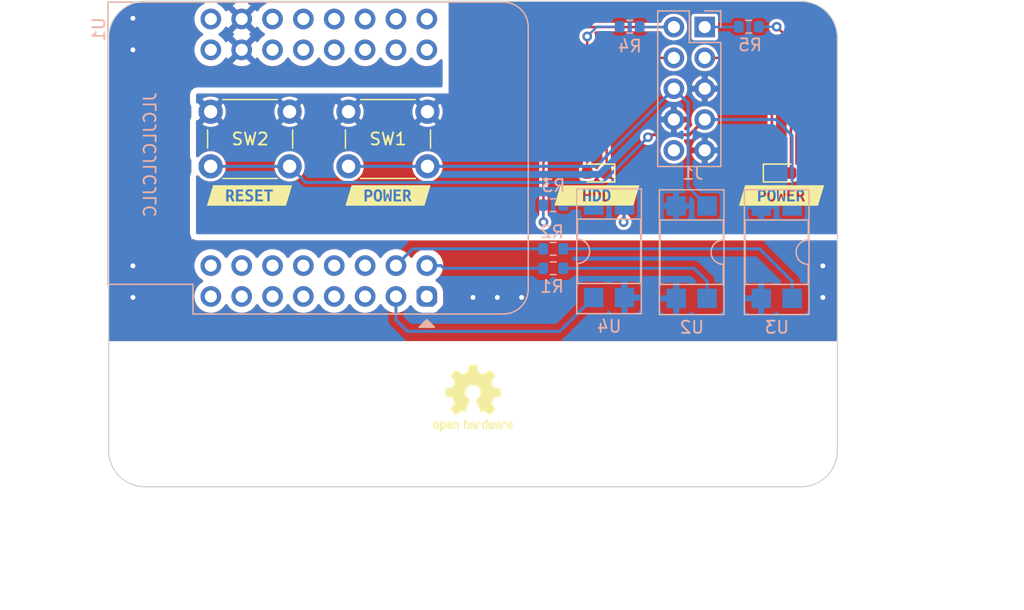
<source format=kicad_pcb>
(kicad_pcb (version 20230410) (generator pcbnew)
  (layers (0 "F.Cu" signal) (31 "B.Cu" signal) (34 "B.Paste" user) (35 "F.Paste" user) (36 "B.SilkS" user "B.Silkscreen") (37 "F.SilkS" user "F.Silkscreen") (38 "B.Mask" user) (39 "F.Mask" user) (44 "Edge.Cuts" user))
  (net 0 "")
  (net 1 "VBUS")
  (net 2 "GND")
  (net 4 "HDD-LED+")
  (net 5 "HDD-LED-")
  (net 32 "P-LED-")
  (net 33 "Net-(D1-A)")
  (net 34 "Net-(D2-A)")
  (net 35 "P-LED+")
  (net 36 "GND1")
  (net 37 "PWRBTN")
  (net 38 "RESETBTN")
  (net 39 "Net-(R1-Pad1)")
  (net 40 "POWER")
  (net 41 "Net-(R2-Pad1)")
  (net 42 "RESET")
  (net 43 "Net-(R3-Pad2)")
  (net 44 "STATUS")
  (footprint "Button_Switch_THT:SW_PUSH_6mm_H5mm" (layer "F.Cu") (at 66.25 53.6 180)
    (fp_text reference "SW1" (at 3.25 2.25 -180) (layer "F.SilkS"))
    (fp_text value "POWER")
    (pad "1" thru_hole circle (at 0 0 270) (size 2 2) (drill 1.1) (layers "*.Cu" "*.Mask") (net 37 "PWRBTN"))
    (pad "1" thru_hole circle (at 6.5 0 270) (size 2 2) (drill 1.1) (layers "*.Cu" "*.Mask") (net 37 "PWRBTN"))
    (pad "2" thru_hole circle (at 0 4.5 270) (size 2 2) (drill 1.1) (layers "*.Cu" "*.Mask") (net 36 "GND1"))
    (pad "2" thru_hole circle (at 6.5 4.5 270) (size 2 2) (drill 1.1) (layers "*.Cu" "*.Mask") (net 36 "GND1"))
  )
  (footprint "MountingHole:MountingHole_3.2mm_M3" (layer "F.Cu") (at 43 77)
    (fp_text reference "H1" hide)
    (fp_text value "MountingHole")
    (pad "" np_thru_hole circle (at 0 0) (size 3.2 3.2) (drill 3.2) (layers "*.Cu" "*.Mask"))
  )
  (footprint "Button_Switch_THT:SW_PUSH_6mm_H5mm" (layer "F.Cu") (at 54.9 53.6 180)
    (fp_text reference "SW2" (at 3.25 2.25 -180) (layer "F.SilkS"))
    (fp_text value "RESET")
    (pad "1" thru_hole circle (at 0 0 270) (size 2 2) (drill 1.1) (layers "*.Cu" "*.Mask") (net 38 "RESETBTN"))
    (pad "1" thru_hole circle (at 6.5 0 270) (size 2 2) (drill 1.1) (layers "*.Cu" "*.Mask") (net 38 "RESETBTN"))
    (pad "2" thru_hole circle (at 0 4.5 270) (size 2 2) (drill 1.1) (layers "*.Cu" "*.Mask") (net 36 "GND1"))
    (pad "2" thru_hole circle (at 6.5 4.5 270) (size 2 2) (drill 1.1) (layers "*.Cu" "*.Mask") (net 36 "GND1"))
  )
  (footprint "MountingHole:MountingHole_3.2mm_M3" (layer "F.Cu") (at 97 77)
    (fp_text reference "H2" hide)
    (fp_text value "MountingHole")
    (pad "" np_thru_hole circle (at 0 0) (size 3.2 3.2) (drill 3.2) (layers "*.Cu" "*.Mask"))
  )
  (footprint "kibuzzard-6435667C" (layer "F.Cu") (at 51.6 56)
    (fp_text reference "kibuzzard-6435667C" hide)
    (fp_text value "G***" hide)
  )
  (footprint "LED_SMD:LED_0603_1608Metric" (layer "F.Cu") (at 95.3875 54.15)
    (fp_text reference "D2" hide)
    (fp_text value "HDDLED" hide)
    (pad "1" smd roundrect (at -0.7875 0) (size 0.875 0.95) (layers "F.Cu" "F.Paste" "F.Mask") (net 5 "HDD-LED-"))
    (pad "2" smd roundrect (at 0.7875 0) (size 0.875 0.95) (layers "F.Cu" "F.Paste" "F.Mask") (net 34 "Net-(D2-A)"))
  )
  (footprint "Symbol:OSHW-Logo2_7.3x6mm_SilkScreen" (layer "F.Cu") (at 70 72.7)
    (fp_text reference "REF**" hide)
    (fp_text value "OSHW-Logo2_7.3x6mm_SilkScreen" hide)
  )
  (footprint "kibuzzard-64356751" (layer "F.Cu") (at 95.4 56)
    (fp_text reference "kibuzzard-64356751" hide)
    (fp_text value "G***" hide)
  )
  (footprint "kibuzzard-6435675A" (layer "F.Cu") (at 80.2 56)
    (fp_text reference "kibuzzard-6435675A" hide)
    (fp_text value "G***" hide)
  )
  (footprint "kibuzzard-64356661" (layer "F.Cu") (at 63 56)
    (fp_text reference "kibuzzard-64356661" hide)
    (fp_text value "G***" hide)
  )
  (footprint "LED_SMD:LED_0603_1608Metric" (layer "F.Cu") (at 80.1875 54.15 180)
    (fp_text reference "D1" hide)
    (fp_text value "PWRLED" hide)
    (pad "1" smd roundrect (at -0.7875 0 180) (size 0.875 0.95) (layers "F.Cu" "F.Paste" "F.Mask") (net 32 "P-LED-"))
    (pad "2" smd roundrect (at 0.7875 0 180) (size 0.875 0.95) (layers "F.Cu" "F.Paste" "F.Mask") (net 33 "Net-(D1-A)"))
  )
  (footprint "Connector_PinHeader_2.54mm:PinHeader_2x05_P2.54mm_Vertical" (layer "B.Cu") (at 89.075 42.125 180)
    (fp_text reference "J1" (at 0.975 -12.055) (layer "B.SilkS") (effects (justify mirror)))
    (fp_text value "System Panel Header" hide)
    (pad "1" thru_hole rect (at 0 0) (size 1.7 1.7) (drill 1) (layers "*.Cu" "*.Mask") (net 4 "HDD-LED+"))
    (pad "2" thru_hole oval (at 2.54 0) (size 1.7 1.7) (drill 1) (layers "*.Cu" "*.Mask") (net 35 "P-LED+"))
    (pad "3" thru_hole oval (at 0 -2.54) (size 1.7 1.7) (drill 1) (layers "*.Cu" "*.Mask") (net 5 "HDD-LED-"))
    (pad "4" thru_hole oval (at 2.54 -2.54) (size 1.7 1.7) (drill 1) (layers "*.Cu" "*.Mask") (net 32 "P-LED-"))
    (pad "5" thru_hole oval (at 0 -5.08) (size 1.7 1.7) (drill 1) (layers "*.Cu" "*.Mask") (net 36 "GND1"))
    (pad "6" thru_hole oval (at 2.54 -5.08) (size 1.7 1.7) (drill 1) (layers "*.Cu" "*.Mask") (net 37 "PWRBTN"))
    (pad "7" thru_hole oval (at 0 -7.62) (size 1.7 1.7) (drill 1) (layers "*.Cu" "*.Mask") (net 38 "RESETBTN"))
    (pad "8" thru_hole oval (at 2.54 -7.62) (size 1.7 1.7) (drill 1) (layers "*.Cu" "*.Mask") (net 36 "GND1"))
    (pad "9" thru_hole oval (at 0 -10.16) (size 1.7 1.7) (drill 1) (layers "*.Cu" "*.Mask") (net 36 "GND1"))
    (pad "10" thru_hole oval (at 2.54 -10.16) (size 1.7 1.7) (drill 1) (layers "*.Cu" "*.Mask"))
  )
  (footprint "Resistor_SMD:R_0603_1608Metric" (layer "B.Cu") (at 76.6 62 180)
    (fp_text reference "R1" (at 0.1 -1.5) (layer "B.SilkS") (effects (justify mirror)))
    (fp_text value "150")
    (pad "1" smd roundrect (at -0.825 0 180) (size 0.8 0.95) (layers "B.Cu" "B.Paste" "B.Mask") (net 39 "Net-(R1-Pad1)"))
    (pad "2" smd roundrect (at 0.825 0 180) (size 0.8 0.95) (layers "B.Cu" "B.Paste" "B.Mask") (net 40 "POWER"))
  )
  (footprint "Package_DIP:DIP-4_W7.62mm_SMDSocket_SmallPads" (layer "B.Cu") (at 81.2 60.6 -90)
    (fp_text reference "U4" (at 6.19 -0.02) (layer "B.SilkS") (effects (justify mirror)))
    (fp_text value "EL817")
    (pad "1" smd rect (at -3.81 1.27 90) (size 1.6 1.6) (layers "B.Cu" "B.Paste" "B.Mask") (net 43 "Net-(R3-Pad2)"))
    (pad "2" smd rect (at -3.81 -1.27 90) (size 1.6 1.6) (layers "B.Cu" "B.Paste" "B.Mask") (net 32 "P-LED-"))
    (pad "3" smd rect (at 3.81 -1.27 90) (size 1.6 1.6) (layers "B.Cu" "B.Paste" "B.Mask") (net 2 "GND"))
    (pad "4" smd rect (at 3.81 1.27 90) (size 1.6 1.6) (layers "B.Cu" "B.Paste" "B.Mask") (net 44 "STATUS"))
  )
  (footprint "footprints:WEMOS_S2_mini" (layer "B.Cu") (at 66.195 64.32 90)
    (fp_text reference "U1" (at 22 -27 -90) (layer "B.SilkS") (effects (justify mirror)))
    (fp_text value "WeMos_S2_mini" hide)
    (pad "1" thru_hole roundrect (at 0 0 270) (size 1.7 1.7) (drill 1) (layers "*.Cu" "*.Mask") (roundrect_rratio 0.35) (chamfer_ratio 0.2) (chamfer top_right bottom_left))
    (pad "2" thru_hole circle (at 0 -2.54 270) (size 1.7 1.7) (drill 1) (layers "*.Cu" "*.Mask") (net 44 "STATUS"))
    (pad "3" thru_hole circle (at 0 -5.08 270) (size 1.7 1.7) (drill 1) (layers "*.Cu" "*.Mask"))
    (pad "4" thru_hole circle (at 0 -7.62 270) (size 1.7 1.7) (drill 1) (layers "*.Cu" "*.Mask"))
    (pad "5" thru_hole circle (at 0 -10.16 270) (size 1.7 1.7) (drill 1) (layers "*.Cu" "*.Mask"))
    (pad "6" thru_hole circle (at 0 -12.7 270) (size 1.7 1.7) (drill 1) (layers "*.Cu" "*.Mask"))
    (pad "7" thru_hole circle (at 0 -15.24 270) (size 1.7 1.7) (drill 1) (layers "*.Cu" "*.Mask"))
    (pad "8" thru_hole circle (at 0 -17.78 270) (size 1.7 1.7) (drill 1) (layers "*.Cu" "*.Mask"))
    (pad "9" thru_hole circle (at 22.86 -17.78 270) (size 1.7 1.7) (drill 1) (layers "*.Cu" "*.Mask") (net 1 "VBUS"))
    (pad "10" thru_hole circle (at 22.86 -15.24 270) (size 1.7 1.7) (drill 1) (layers "*.Cu" "*.Mask") (net 2 "GND"))
    (pad "11" thru_hole circle (at 22.86 -12.7 270) (size 1.7 1.7) (drill 1) (layers "*.Cu" "*.Mask"))
    (pad "12" thru_hole circle (at 22.86 -10.16 270) (size 1.7 1.7) (drill 1) (layers "*.Cu" "*.Mask"))
    (pad "13" thru_hole circle (at 22.86 -7.62 270) (size 1.7 1.7) (drill 1) (layers "*.Cu" "*.Mask"))
    (pad "14" thru_hole circle (at 22.86 -5.08 270) (size 1.7 1.7) (drill 1) (layers "*.Cu" "*.Mask"))
    (pad "15" thru_hole circle (at 22.86 -2.54 270) (size 1.7 1.7) (drill 1) (layers "*.Cu" "*.Mask"))
    (pad "16" thru_hole circle (at 22.86 0 270) (size 1.7 1.7) (drill 1) (layers "*.Cu" "*.Mask"))
    (pad "17" thru_hole circle (at 2.54 0 270) (size 1.7 1.7) (drill 1) (layers "*.Cu" "*.Mask") (net 40 "POWER"))
    (pad "18" thru_hole circle (at 2.54 -2.54 270) (size 1.7 1.7) (drill 1) (layers "*.Cu" "*.Mask") (net 42 "RESET"))
    (pad "19" thru_hole circle (at 2.54 -5.08 270) (size 1.7 1.7) (drill 1) (layers "*.Cu" "*.Mask"))
    (pad "20" thru_hole circle (at 2.54 -7.62 270) (size 1.7 1.7) (drill 1) (layers "*.Cu" "*.Mask"))
    (pad "21" thru_hole circle (at 2.54 -10.16 270) (size 1.7 1.7) (drill 1) (layers "*.Cu" "*.Mask"))
    (pad "22" thru_hole circle (at 2.54 -12.7 270) (size 1.7 1.7) (drill 1) (layers "*.Cu" "*.Mask"))
    (pad "23" thru_hole circle (at 2.54 -15.24 270) (size 1.7 1.7) (drill 1) (layers "*.Cu" "*.Mask"))
    (pad "24" thru_hole circle (at 2.54 -17.78 270) (size 1.7 1.7) (drill 1) (layers "*.Cu" "*.Mask"))
    (pad "25" thru_hole circle (at 20.32 -17.78 270) (size 1.7 1.7) (drill 1) (layers "*.Cu" "*.Mask"))
    (pad "26" thru_hole circle (at 20.32 -15.24 270) (size 1.7 1.7) (drill 1) (layers "*.Cu" "*.Mask") (net 2 "GND"))
    (pad "27" thru_hole circle (at 20.32 -12.7 270) (size 1.7 1.7) (drill 1) (layers "*.Cu" "*.Mask"))
    (pad "28" thru_hole circle (at 20.32 -10.16 270) (size 1.7 1.7) (drill 1) (layers "*.Cu" "*.Mask"))
    (pad "29" thru_hole circle (at 20.32 -7.62 270) (size 1.7 1.7) (drill 1) (layers "*.Cu" "*.Mask"))
    (pad "30" thru_hole circle (at 20.32 -5.08 270) (size 1.7 1.7) (drill 1) (layers "*.Cu" "*.Mask"))
    (pad "31" thru_hole circle (at 20.32 -2.54 270) (size 1.7 1.7) (drill 1) (layers "*.Cu" "*.Mask"))
    (pad "32" thru_hole circle (at 20.32 0 270) (size 1.7 1.7) (drill 1) (layers "*.Cu" "*.Mask"))
  )
  (footprint "Resistor_SMD:R_0603_1608Metric" (layer "B.Cu") (at 76.6 56.8)
    (fp_text reference "R3" (at 0.025 -1.6) (layer "B.SilkS") (effects (justify mirror)))
    (fp_text value "150")
    (pad "1" smd roundrect (at -0.825 0) (size 0.8 0.95) (layers "B.Cu" "B.Paste" "B.Mask") (net 35 "P-LED+"))
    (pad "2" smd roundrect (at 0.825 0) (size 0.8 0.95) (layers "B.Cu" "B.Paste" "B.Mask") (net 43 "Net-(R3-Pad2)"))
  )
  (footprint "Package_DIP:DIP-4_W7.62mm_SMDSocket_SmallPads" (layer "B.Cu") (at 95 60.675 90)
    (fp_text reference "U3" (at -6.19 0.02) (layer "B.SilkS") (effects (justify mirror)))
    (fp_text value "EL817")
    (pad "1" smd rect (at -3.81 1.27 270) (size 1.6 1.6) (layers "B.Cu" "B.Paste" "B.Mask") (net 41 "Net-(R2-Pad1)"))
    (pad "2" smd rect (at -3.81 -1.27 270) (size 1.6 1.6) (layers "B.Cu" "B.Paste" "B.Mask") (net 2 "GND"))
    (pad "3" smd rect (at 3.81 -1.27 270) (size 1.6 1.6) (layers "B.Cu" "B.Paste" "B.Mask") (net 36 "GND1"))
    (pad "4" smd rect (at 3.81 1.27 270) (size 1.6 1.6) (layers "B.Cu" "B.Paste" "B.Mask") (net 38 "RESETBTN"))
  )
  (footprint "Package_DIP:DIP-4_W7.62mm_SMDSocket_SmallPads" (layer "B.Cu") (at 88 60.675 90)
    (fp_text reference "U2" (at -6.19 0.02) (layer "B.SilkS") (effects (justify mirror)))
    (fp_text value "EL817")
    (pad "1" smd rect (at -3.81 1.27 270) (size 1.6 1.6) (layers "B.Cu" "B.Paste" "B.Mask") (net 39 "Net-(R1-Pad1)"))
    (pad "2" smd rect (at -3.81 -1.27 270) (size 1.6 1.6) (layers "B.Cu" "B.Paste" "B.Mask") (net 2 "GND"))
    (pad "3" smd rect (at 3.81 -1.27 270) (size 1.6 1.6) (layers "B.Cu" "B.Paste" "B.Mask") (net 36 "GND1"))
    (pad "4" smd rect (at 3.81 1.27 270) (size 1.6 1.6) (layers "B.Cu" "B.Paste" "B.Mask") (net 37 "PWRBTN"))
  )
  (footprint "Resistor_SMD:R_0603_1608Metric" (layer "B.Cu") (at 76.6 60.4 180)
    (fp_text reference "R2" (at 0.1 1.4) (layer "B.SilkS") (effects (justify mirror)))
    (fp_text value "150")
    (pad "1" smd roundrect (at -0.825 0 180) (size 0.8 0.95) (layers "B.Cu" "B.Paste" "B.Mask") (net 41 "Net-(R2-Pad1)"))
    (pad "2" smd roundrect (at 0.825 0 180) (size 0.8 0.95) (layers "B.Cu" "B.Paste" "B.Mask") (net 42 "RESET"))
  )
  (footprint "Resistor_SMD:R_0603_1608Metric" (layer "B.Cu") (at 92.7 42.1)
    (fp_text reference "R5" (at 0.1125 1.5) (layer "B.SilkS") (effects (justify mirror)))
    (fp_text value "150")
    (pad "1" smd roundrect (at -0.825 0) (size 0.8 0.95) (layers "B.Cu" "B.Paste" "B.Mask") (net 4 "HDD-LED+"))
    (pad "2" smd roundrect (at 0.825 0) (size 0.8 0.95) (layers "B.Cu" "B.Paste" "B.Mask") (net 34 "Net-(D2-A)"))
  )
  (footprint "Resistor_SMD:R_0603_1608Metric" (layer "B.Cu") (at 82.9 42.1 180)
    (fp_text reference "R4" (at -0.0125 -1.6) (layer "B.SilkS") (effects (justify mirror)))
    (fp_text value "150")
    (pad "1" smd roundrect (at -0.825 0 180) (size 0.8 0.95) (layers "B.Cu" "B.Paste" "B.Mask") (net 35 "P-LED+"))
    (pad "2" smd roundrect (at 0.825 0 180) (size 0.8 0.95) (layers "B.Cu" "B.Paste" "B.Mask") (net 33 "Net-(D1-A)"))
  )
  (gr_line (start 100.000001 42.999999) (end 100.000001 77.000001) (stroke (width 0.1)) (layer "Edge.Cuts"))
  (gr_arc (start 100.000001 77.000001) (mid 99.121321 79.121321) (end 97.000001 80.000001) (stroke (width 0.1)) (layer "Edge.Cuts"))
  (gr_arc (start 42.999999 80.000001) (mid 40.878679 79.121321) (end 39.999999 77.000001) (stroke (width 0.1)) (layer "Edge.Cuts"))
  (gr_line (start 97.000001 80.000001) (end 42.999999 80.000001) (stroke (width 0.1)) (layer "Edge.Cuts"))
  (gr_arc (start 40 43) (mid 40.87868 40.87868) (end 43 40) (stroke (width 0.1)) (layer "Edge.Cuts"))
  (gr_line (start 39.999999 77.000001) (end 40 43) (stroke (width 0.1)) (layer "Edge.Cuts"))
  (gr_line (start 43 40) (end 97.000001 39.999999) (stroke (width 0.1)) (layer "Edge.Cuts"))
  (gr_arc (start 97.000001 39.999999) (mid 99.121321 40.878679) (end 100.000001 42.999999) (stroke (width 0.1)) (layer "Edge.Cuts"))
  (gr_text "JLCJLCJLCJLC" (at 44 47.4 90) (layer "B.SilkS") (effects (font (size 1 1)) (justify left bottom mirror)))
  (via (at 42 41.4) (size 0.8) (drill 0.4) (layers "F.Cu" "B.Cu") (net 2))
  (via (at 42 44) (size 0.8) (drill 0.4) (layers "F.Cu" "B.Cu") (net 2))
  (via (at 74 64.4) (size 0.8) (drill 0.4) (layers "F.Cu" "B.Cu") (net 2))
  (via (at 42 64.4) (size 0.8) (drill 0.4) (layers "F.Cu" "B.Cu") (net 2))
  (via (at 72 64.4) (size 0.8) (drill 0.4) (layers "F.Cu" "B.Cu") (net 2))
  (via (at 70 64.4) (size 0.8) (drill 0.4) (layers "F.Cu" "B.Cu") (net 2))
  (via (at 98.8 64.4) (size 0.8) (drill 0.4) (layers "F.Cu" "B.Cu") (net 2))
  (via (at 98.8 61.8) (size 0.8) (drill 0.4) (layers "F.Cu" "B.Cu") (net 2))
  (via (at 42 61.8) (size 0.8) (drill 0.4) (layers "F.Cu" "B.Cu") (net 2))
  (segment (start 91.875 42.1) (end 91.85 42.125) (width 0.2) (layer "B.Cu") (net 4))
  (segment (start 91.85 42.125) (end 89.075 42.125) (width 0.2) (layer "B.Cu") (net 4))
  (segment (start 93.765 44.665) (end 89.075 44.665) (width 0.2) (layer "F.Cu") (net 5))
  (segment (start 94.6 54.15) (end 94.6 45.5) (width 0.2) (layer "F.Cu") (net 5))
  (segment (start 94.6 45.5) (end 93.765 44.665) (width 0.2) (layer "F.Cu") (net 5))
  (segment (start 82.4 55.575) (end 80.975 54.15) (width 0.2) (layer "F.Cu") (net 32))
  (segment (start 80.975 54.15) (end 81 54.125) (width 0.2) (layer "F.Cu") (net 32))
  (segment (start 81.835 44.665) (end 86.535 44.665) (width 0.2) (layer "F.Cu") (net 32))
  (segment (start 81 45.5) (end 81.835 44.665) (width 0.2) (layer "F.Cu") (net 32))
  (segment (start 82.4 58.2) (end 82.4 55.575) (width 0.2) (layer "F.Cu") (net 32))
  (segment (start 81 54.125) (end 81 45.5) (width 0.2) (layer "F.Cu") (net 32))
  (via (at 82.4 58.2) (size 0.8) (drill 0.4) (layers "F.Cu" "B.Cu") (net 32))
  (segment (start 82.47 56.79) (end 82.47 58.13) (width 0.2) (layer "B.Cu") (net 32))
  (segment (start 82.47 58.13) (end 82.4 58.2) (width 0.2) (layer "B.Cu") (net 32))
  (segment (start 79.4 42.9) (end 79.4 54.15) (width 0.2) (layer "F.Cu") (net 33))
  (via (at 79.4 42.9) (size 0.8) (drill 0.4) (layers "F.Cu" "B.Cu") (net 33))
  (segment (start 80.2 42.1) (end 82.075 42.1) (width 0.2) (layer "B.Cu") (net 33))
  (segment (start 79.4 42.9) (end 80.2 42.1) (width 0.2) (layer "B.Cu") (net 33))
  (segment (start 96.175 43.275) (end 95 42.1) (width 0.2) (layer "F.Cu") (net 34))
  (segment (start 96.175 54.15) (end 96.175 43.275) (width 0.2) (layer "F.Cu") (net 34))
  (via (at 95 42.1) (size 0.8) (drill 0.4) (layers "F.Cu" "B.Cu") (net 34))
  (segment (start 95 42.1) (end 93.525 42.1) (width 0.2) (layer "B.Cu") (net 34))
  (segment (start 77.225 42.125) (end 86.535 42.125) (width 0.2) (layer "F.Cu") (net 35))
  (segment (start 75.8 58.2) (end 75.8 43.5) (width 0.2) (layer "F.Cu") (net 35))
  (segment (start 75.8 43.5) (end 77.2 42.1) (width 0.2) (layer "F.Cu") (net 35))
  (segment (start 77.2 42.1) (end 77.225 42.125) (width 0.2) (layer "F.Cu") (net 35))
  (via (at 75.8 58.2) (size 0.8) (drill 0.4) (layers "F.Cu" "B.Cu") (net 35))
  (segment (start 83.75 42.125) (end 83.725 42.1) (width 0.2) (layer "B.Cu") (net 35))
  (segment (start 75.775 58.175) (end 75.8 58.2) (width 0.2) (layer "B.Cu") (net 35))
  (segment (start 86.535 42.125) (end 83.75 42.125) (width 0.2) (layer "B.Cu") (net 35))
  (segment (start 75.775 56.8) (end 75.775 58.175) (width 0.2) (layer "B.Cu") (net 35))
  (segment (start 80.14 53.6) (end 86.535 47.205) (width 0.25) (layer "B.Cu") (net 37))
  (segment (start 87.71 55.305) (end 89.27 56.865) (width 0.25) (layer "B.Cu") (net 37))
  (segment (start 59.75 53.6) (end 66.25 53.6) (width 0.25) (layer "B.Cu") (net 37))
  (segment (start 86.535 47.205) (end 87.71 48.38) (width 0.25) (layer "B.Cu") (net 37))
  (segment (start 87.71 48.38) (end 87.71 55.305) (width 0.25) (layer "B.Cu") (net 37))
  (segment (start 66.25 53.6) (end 80.14 53.6) (width 0.25) (layer "B.Cu") (net 37))
  (segment (start 84.4 51.2) (end 84.6 51) (width 0.25) (layer "F.Cu") (net 38))
  (segment (start 87.82 51) (end 89.075 49.745) (width 0.25) (layer "F.Cu") (net 38))
  (segment (start 84.6 51) (end 87.82 51) (width 0.25) (layer "F.Cu") (net 38))
  (via (at 84.4 51.2) (size 0.8) (drill 0.4) (layers "F.Cu" "B.Cu") (net 38))
  (segment (start 94.945 49.745) (end 96.27 51.07) (width 0.25) (layer "B.Cu") (net 38))
  (segment (start 89.075 49.745) (end 94.945 49.745) (width 0.25) (layer "B.Cu") (net 38))
  (segment (start 80.675 54.925) (end 56.225 54.925) (width 0.25) (layer "B.Cu") (net 38))
  (segment (start 56.225 54.925) (end 54.9 53.6) (width 0.25) (layer "B.Cu") (net 38))
  (segment (start 96.27 51.07) (end 96.27 56.865) (width 0.25) (layer "B.Cu") (net 38))
  (segment (start 48.4 53.6) (end 54.9 53.6) (width 0.25) (layer "B.Cu") (net 38))
  (segment (start 84.4 51.2) (end 80.675 54.925) (width 0.25) (layer "B.Cu") (net 38))
  (segment (start 77.425 62) (end 88.2 62) (width 0.25) (layer "B.Cu") (net 39))
  (segment (start 88.2 62) (end 89.27 63.07) (width 0.25) (layer "B.Cu") (net 39))
  (segment (start 89.27 63.07) (end 89.27 64.485) (width 0.25) (layer "B.Cu") (net 39))
  (segment (start 67.6 62) (end 75.775 62) (width 0.25) (layer "B.Cu") (net 40))
  (segment (start 67.38 61.78) (end 67.6 62) (width 0.25) (layer "B.Cu") (net 40))
  (segment (start 66.195 61.78) (end 67.38 61.78) (width 0.25) (layer "B.Cu") (net 40))
  (segment (start 96.27 63.07) (end 96.27 64.485) (width 0.25) (layer "B.Cu") (net 41))
  (segment (start 93.6 60.4) (end 96.27 63.07) (width 0.25) (layer "B.Cu") (net 41))
  (segment (start 77.425 60.4) (end 93.6 60.4) (width 0.25) (layer "B.Cu") (net 41))
  (segment (start 65.035 60.4) (end 63.655 61.78) (width 0.25) (layer "B.Cu") (net 42))
  (segment (start 75.775 60.4) (end 65.035 60.4) (width 0.25) (layer "B.Cu") (net 42))
  (segment (start 77.425 56.8) (end 77.435 56.79) (width 0.25) (layer "B.Cu") (net 43))
  (segment (start 77.435 56.79) (end 79.93 56.79) (width 0.25) (layer "B.Cu") (net 43))
  (segment (start 77.14 67.2) (end 64.6 67.2) (width 0.25) (layer "B.Cu") (net 44))
  (segment (start 79.93 64.41) (end 77.14 67.2) (width 0.25) (layer "B.Cu") (net 44))
  (segment (start 63.655 66.255) (end 63.655 64.32) (width 0.25) (layer "B.Cu") (net 44))
  (segment (start 64.6 67.2) (end 63.655 66.255) (width 0.25) (layer "B.Cu") (net 44))
  (zone (net 36) (net_name "GND1") (layers "F&B.Cu") (priority 1) (connect_pads (clearance 0.25)) (min_thickness 0.25) (fill yes (thermal_gap 0.25) (thermal_bridge_width 0.5))
    (polygon (pts (xy 47.2 47.6) (xy 68 47.6) (xy 68 40) (xy 100 40) (xy 100 59.2) (xy 47.2 59.2)))
  )
  (zone (net 2) (net_name "GND") (layers "F&B.Cu") (connect_pads (clearance 0.5)) (min_thickness 0.25) (fill yes (thermal_gap 0.5) (thermal_bridge_width 0.5))
    (polygon (pts (xy 39.8 40) (xy 67.6 40) (xy 67.6 47.4) (xy 46.8 47.4) (xy 46.8 59.6) (xy 100 59.6) (xy 100 68) (xy 40 68)))
  )
)
</source>
